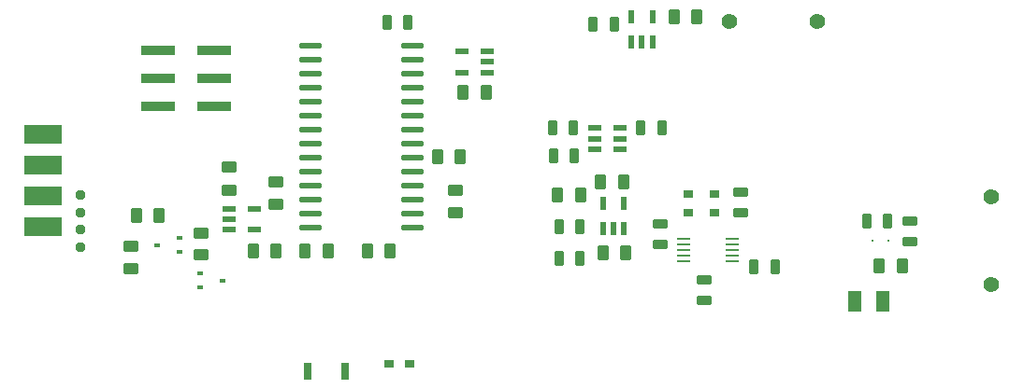
<source format=gtp>
%TF.GenerationSoftware,KiCad,Pcbnew,(6.0.4-0)*%
%TF.CreationDate,2022-07-12T14:17:22-04:00*%
%TF.ProjectId,NanoFox80,4e616e6f-466f-4783-9830-2e6b69636164,rev?*%
%TF.SameCoordinates,Original*%
%TF.FileFunction,Paste,Top*%
%TF.FilePolarity,Positive*%
%FSLAX46Y46*%
G04 Gerber Fmt 4.6, Leading zero omitted, Abs format (unit mm)*
G04 Created by KiCad (PCBNEW (6.0.4-0)) date 2022-07-12 14:17:22*
%MOMM*%
%LPD*%
G01*
G04 APERTURE LIST*
G04 Aperture macros list*
%AMRoundRect*
0 Rectangle with rounded corners*
0 $1 Rounding radius*
0 $2 $3 $4 $5 $6 $7 $8 $9 X,Y pos of 4 corners*
0 Add a 4 corners polygon primitive as box body*
4,1,4,$2,$3,$4,$5,$6,$7,$8,$9,$2,$3,0*
0 Add four circle primitives for the rounded corners*
1,1,$1+$1,$2,$3*
1,1,$1+$1,$4,$5*
1,1,$1+$1,$6,$7*
1,1,$1+$1,$8,$9*
0 Add four rect primitives between the rounded corners*
20,1,$1+$1,$2,$3,$4,$5,0*
20,1,$1+$1,$4,$5,$6,$7,0*
20,1,$1+$1,$6,$7,$8,$9,0*
20,1,$1+$1,$8,$9,$2,$3,0*%
G04 Aperture macros list end*
%ADD10RoundRect,0.200000X0.475000X-0.250000X0.475000X0.250000X-0.475000X0.250000X-0.475000X-0.250000X0*%
%ADD11RoundRect,0.200000X-0.475000X0.337500X-0.475000X-0.337500X0.475000X-0.337500X0.475000X0.337500X0*%
%ADD12RoundRect,0.200000X0.337500X0.475000X-0.337500X0.475000X-0.337500X-0.475000X0.337500X-0.475000X0*%
%ADD13RoundRect,0.100000X0.150000X-0.512500X0.150000X0.512500X-0.150000X0.512500X-0.150000X-0.512500X0*%
%ADD14R,0.600000X0.370000*%
%ADD15RoundRect,0.200000X-0.450000X0.350000X-0.450000X-0.350000X0.450000X-0.350000X0.450000X0.350000X0*%
%ADD16RoundRect,0.100000X-0.512500X-0.150000X0.512500X-0.150000X0.512500X0.150000X-0.512500X0.150000X0*%
%ADD17RoundRect,0.200000X-0.250000X-0.475000X0.250000X-0.475000X0.250000X0.475000X-0.250000X0.475000X0*%
%ADD18R,0.900000X0.800000*%
%ADD19R,1.150000X1.900000*%
%ADD20R,0.800000X1.600000*%
%ADD21RoundRect,0.200000X-0.262500X-0.450000X0.262500X-0.450000X0.262500X0.450000X-0.262500X0.450000X0*%
%ADD22RoundRect,0.100000X-0.875000X-0.150000X0.875000X-0.150000X0.875000X0.150000X-0.875000X0.150000X0*%
%ADD23RoundRect,0.200000X-0.350000X-0.450000X0.350000X-0.450000X0.350000X0.450000X-0.350000X0.450000X0*%
%ADD24RoundRect,0.200000X0.450000X-0.350000X0.450000X0.350000X-0.450000X0.350000X-0.450000X-0.350000X0*%
%ADD25RoundRect,0.200000X-0.337500X-0.475000X0.337500X-0.475000X0.337500X0.475000X-0.337500X0.475000X0*%
%ADD26C,1.424000*%
%ADD27R,0.250000X0.250000*%
%ADD28RoundRect,0.200000X0.262500X0.450000X-0.262500X0.450000X-0.262500X-0.450000X0.262500X-0.450000X0*%
%ADD29RoundRect,0.200000X0.250000X0.475000X-0.250000X0.475000X-0.250000X-0.475000X0.250000X-0.475000X0*%
%ADD30R,0.600000X0.350000*%
%ADD31R,0.900000X0.700000*%
%ADD32R,1.300000X0.200000*%
%ADD33C,0.150000*%
%ADD34RoundRect,0.168750X0.256250X-0.218750X0.256250X0.218750X-0.256250X0.218750X-0.256250X-0.218750X0*%
%ADD35RoundRect,0.168750X-0.256250X0.218750X-0.256250X-0.218750X0.256250X-0.218750X0.256250X0.218750X0*%
%ADD36RoundRect,0.200000X-0.475000X0.250000X-0.475000X-0.250000X0.475000X-0.250000X0.475000X0.250000X0*%
%ADD37RoundRect,0.100000X0.512500X0.150000X-0.512500X0.150000X-0.512500X-0.150000X0.512500X-0.150000X0*%
%ADD38R,3.050000X0.900000*%
%ADD39R,3.380000X1.746667*%
G04 APERTURE END LIST*
D10*
%TO.C,C116*%
X137850000Y-80310000D03*
X137850000Y-78410000D03*
%TD*%
D11*
%TO.C,C103*%
X98830000Y-73272500D03*
X98830000Y-75347500D03*
%TD*%
D12*
%TO.C,C114*%
X134567500Y-74610000D03*
X132492500Y-74610000D03*
%TD*%
D13*
%TO.C,U101*%
X135260000Y-61907500D03*
X136210000Y-61907500D03*
X137160000Y-61907500D03*
X137160000Y-59632500D03*
X135260000Y-59632500D03*
%TD*%
D14*
%TO.C,Q101*%
X94320000Y-81000000D03*
X94320000Y-79700000D03*
X92320000Y-80350000D03*
%TD*%
D15*
%TO.C,R109*%
X96290000Y-79250000D03*
X96290000Y-81250000D03*
%TD*%
D16*
%TO.C,U201*%
X131942500Y-69740000D03*
X131942500Y-70690000D03*
X131942500Y-71640000D03*
X134217500Y-71640000D03*
X134217500Y-70690000D03*
X134217500Y-69740000D03*
%TD*%
D17*
%TO.C,C202*%
X128110000Y-69750000D03*
X130010000Y-69750000D03*
%TD*%
D18*
%TO.C,X102*%
X142750000Y-75710000D03*
X140450000Y-75710000D03*
X140450000Y-77410000D03*
X142750000Y-77410000D03*
%TD*%
D19*
%TO.C,FB101*%
X158055000Y-85470000D03*
X155505000Y-85470000D03*
%TD*%
D20*
%TO.C,SW101*%
X109320000Y-91780000D03*
X105920000Y-91780000D03*
%TD*%
D21*
%TO.C,R202*%
X128237500Y-72230000D03*
X130062500Y-72230000D03*
%TD*%
D22*
%TO.C,U105*%
X106170000Y-62235000D03*
X106170000Y-63505000D03*
X106170000Y-64775000D03*
X106170000Y-66045000D03*
X106170000Y-67315000D03*
X106170000Y-68585000D03*
X106170000Y-69855000D03*
X106170000Y-71125000D03*
X106170000Y-72395000D03*
X106170000Y-73665000D03*
X106170000Y-74935000D03*
X106170000Y-76205000D03*
X106170000Y-77475000D03*
X106170000Y-78745000D03*
X115470000Y-78745000D03*
X115470000Y-77475000D03*
X115470000Y-76205000D03*
X115470000Y-74935000D03*
X115470000Y-73665000D03*
X115470000Y-72395000D03*
X115470000Y-71125000D03*
X115470000Y-69855000D03*
X115470000Y-68585000D03*
X115470000Y-67315000D03*
X115470000Y-66045000D03*
X115470000Y-64775000D03*
X115470000Y-63505000D03*
X115470000Y-62235000D03*
%TD*%
D17*
%TO.C,C109*%
X146370000Y-82350000D03*
X148270000Y-82350000D03*
%TD*%
D21*
%TO.C,R201*%
X113167500Y-60130000D03*
X114992500Y-60130000D03*
%TD*%
D12*
%TO.C,C113*%
X119797500Y-72310000D03*
X117722500Y-72310000D03*
%TD*%
D23*
%TO.C,R108*%
X111370000Y-80900000D03*
X113370000Y-80900000D03*
%TD*%
D12*
%TO.C,C102*%
X141217500Y-59610000D03*
X139142500Y-59610000D03*
%TD*%
D24*
%TO.C,R111*%
X89920000Y-82480000D03*
X89920000Y-80480000D03*
%TD*%
D25*
%TO.C,C107*%
X101012500Y-80860000D03*
X103087500Y-80860000D03*
%TD*%
D12*
%TO.C,C203*%
X122087500Y-66540000D03*
X120012500Y-66540000D03*
%TD*%
D26*
%TO.C,W102*%
X167890000Y-75960000D03*
X167890000Y-83960000D03*
%TD*%
D27*
%TO.C,D102*%
X157075000Y-80000000D03*
X158525000Y-80000000D03*
%TD*%
D28*
%TO.C,R101*%
X130572500Y-78680000D03*
X128747500Y-78680000D03*
%TD*%
D25*
%TO.C,C112*%
X105732500Y-80910000D03*
X107807500Y-80910000D03*
%TD*%
D29*
%TO.C,C201*%
X138030000Y-69740000D03*
X136130000Y-69740000D03*
%TD*%
D25*
%TO.C,C111*%
X128592500Y-75840000D03*
X130667500Y-75840000D03*
%TD*%
D30*
%TO.C,Q102*%
X96230000Y-82930000D03*
X96230000Y-84230000D03*
X98230000Y-83580000D03*
%TD*%
D23*
%TO.C,R110*%
X90460000Y-77650000D03*
X92460000Y-77650000D03*
%TD*%
D31*
%TO.C,D101*%
X115160000Y-91130000D03*
X113360000Y-91130000D03*
%TD*%
D26*
%TO.C,W101*%
X144120000Y-60040000D03*
X152120000Y-60040000D03*
%TD*%
D10*
%TO.C,C108*%
X145160000Y-77440000D03*
X145160000Y-75540000D03*
%TD*%
D29*
%TO.C,C105*%
X158470000Y-78200000D03*
X156570000Y-78200000D03*
%TD*%
D32*
%TO.C,U103*%
X139990000Y-79810000D03*
X139990000Y-80310000D03*
X139990000Y-80810000D03*
X139990000Y-81310000D03*
X139990000Y-81810000D03*
X144390000Y-81810000D03*
X144390000Y-81310000D03*
X144390000Y-80810000D03*
X144390000Y-80310000D03*
X144390000Y-79810000D03*
%TD*%
D33*
%TO.C,X101*%
X117405000Y-76442500D03*
X117405000Y-77442500D03*
X117825000Y-77442500D03*
X117825000Y-76442500D03*
%TD*%
D12*
%TO.C,C106*%
X159777500Y-82240000D03*
X157702500Y-82240000D03*
%TD*%
D34*
%TO.C,D103*%
X85380000Y-77415000D03*
X85380000Y-75840000D03*
%TD*%
D13*
%TO.C,U104*%
X132680000Y-78867500D03*
X133630000Y-78867500D03*
X134580000Y-78867500D03*
X134580000Y-76592500D03*
X132680000Y-76592500D03*
%TD*%
D17*
%TO.C,C117*%
X131820000Y-60280000D03*
X133720000Y-60280000D03*
%TD*%
D11*
%TO.C,C104*%
X103100000Y-74622500D03*
X103100000Y-76697500D03*
%TD*%
%TO.C,C121*%
X119350000Y-75375000D03*
X119350000Y-77450000D03*
%TD*%
D12*
%TO.C,C110*%
X134767500Y-81030000D03*
X132692500Y-81030000D03*
%TD*%
D28*
%TO.C,R102*%
X130582500Y-81600000D03*
X128757500Y-81600000D03*
%TD*%
D35*
%TO.C,D104*%
X85380000Y-78972500D03*
X85380000Y-80547500D03*
%TD*%
D36*
%TO.C,C105*%
X160490000Y-78180000D03*
X160490000Y-80080000D03*
%TD*%
D37*
%TO.C,U202*%
X122227500Y-64690000D03*
X122227500Y-63740000D03*
X122227500Y-62790000D03*
X119952500Y-62790000D03*
X119952500Y-64690000D03*
%TD*%
D16*
%TO.C,U102*%
X98822500Y-77070000D03*
X98822500Y-78020000D03*
X98822500Y-78970000D03*
X101097500Y-78970000D03*
X101097500Y-77070000D03*
%TD*%
D36*
%TO.C,C101*%
X141890000Y-83510000D03*
X141890000Y-85410000D03*
%TD*%
D38*
%TO.C,P101*%
X97450000Y-67780000D03*
X92400000Y-67780000D03*
X97450000Y-65240000D03*
X92400000Y-65240000D03*
X97450000Y-62700000D03*
X92400000Y-62700000D03*
%TD*%
D39*
%TO.C,J111*%
X82000000Y-70345000D03*
X82000000Y-73115000D03*
X82000000Y-75885000D03*
X82000000Y-78655000D03*
%TD*%
M02*

</source>
